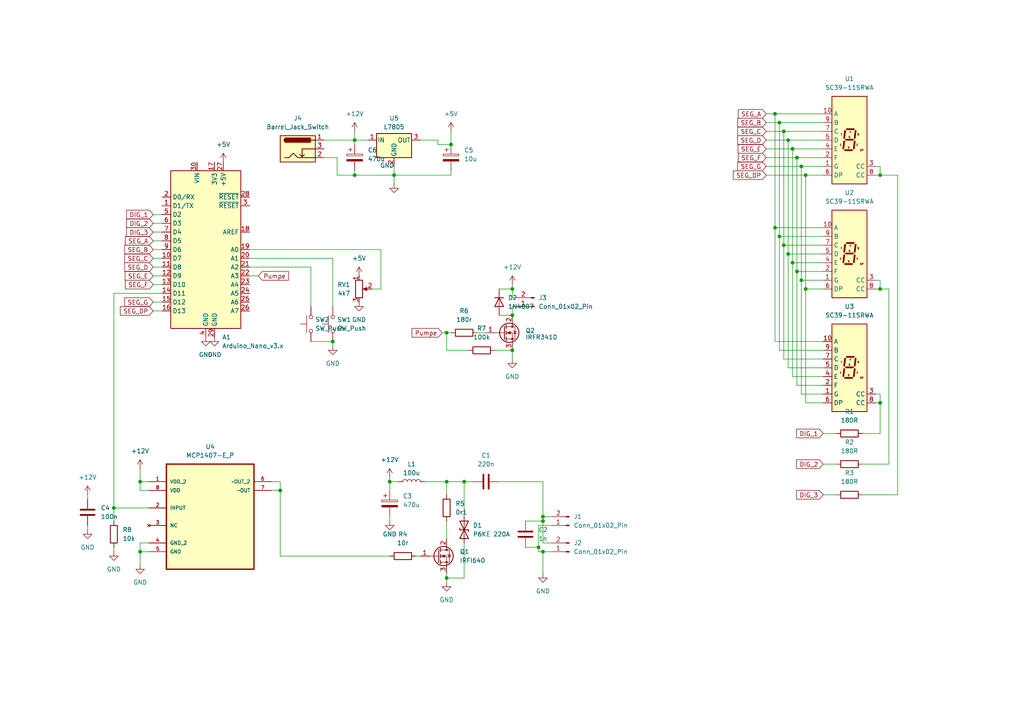
<source format=kicad_sch>
(kicad_sch (version 20231120) (generator "eeschema") (generator_version "8.0")
  (paper "A4")
  (lib_symbols
    (symbol "Connector:Barrel_Jack_Switch" (pin_names hide)
      (property "Reference" "J" (at 0 5.334 0))
      (property "Value" "Barrel_Jack_Switch" (at 0 -5.08 0))
      (symbol "Barrel_Jack_Switch_0_1"
        (rectangle (start -5.08 3.81) (end 5.08 -3.81) (stroke (width 0.254)) (fill (type background)))
        (arc (start -3.302 3.175) (mid -3.9343 2.54) (end -3.302 1.905) (stroke (width 0.254)))
        (arc (start -3.302 3.175) (mid -3.9343 2.54) (end -3.302 1.905) (stroke (width 0.254)) (fill (type outline)))
        (polyline (pts (xy 1.27 -2.286) (xy 1.905 -1.651)) (stroke (width 0.254)))
        (polyline (pts (xy 5.08 2.54) (xy 3.81 2.54)) (stroke (width 0.254)))
        (polyline (pts (xy 5.08 0) (xy 1.27 0) (xy 1.27 -2.286) (xy 0.635 -1.651)) (stroke (width 0.254)))
        (polyline (pts (xy -3.81 -2.54) (xy -2.54 -2.54) (xy -1.27 -1.27) (xy 0 -2.54) (xy 2.54 -2.54) (xy 5.08 -2.54)) (stroke (width 0.254)))
        (rectangle (start 3.683 3.175) (end -3.302 1.905) (stroke (width 0.254)) (fill (type outline)))
      )
      (symbol "Barrel_Jack_Switch_1_1"
        (pin passive line (at 7.62 2.54 180) (length 2.54) (name "~") (number "1"))
        (pin passive line (at 7.62 -2.54 180) (length 2.54) (name "~") (number "2"))
        (pin passive line (at 7.62 0 180) (length 2.54) (name "~") (number "3"))
      )
    )
    (symbol "Connector:Conn_01x02_Pin" (pin_names (offset 1.016) hide)
      (property "Reference" "J" (at 0 2.54 0))
      (property "Value" "Conn_01x02_Pin" (at 0 -5.08 0))
      (symbol "Conn_01x02_Pin_1_1"
        (polyline (pts (xy 1.27 -2.54) (xy 0.8636 -2.54)) (stroke (width 0.1524)))
        (polyline (pts (xy 1.27 0) (xy 0.8636 0)) (stroke (width 0.1524)))
        (rectangle (start 0.8636 -2.413) (end 0 -2.667) (stroke (width 0.1524)) (fill (type outline)))
        (rectangle (start 0.8636 0.127) (end 0 -0.127) (stroke (width 0.1524)) (fill (type outline)))
        (pin passive line (at 5.08 0 180) (length 3.81) (name "Pin_1") (number "1"))
        (pin passive line (at 5.08 -2.54 180) (length 3.81) (name "Pin_2") (number "2"))
      )
    )
    (symbol "Device:C" (pin_numbers hide) (pin_names (offset 0.254))
      (property "Reference" "C" (at 0.635 2.54 0))
      (property "Value" "C" (at 0.635 -2.54 0))
      (symbol "C_0_1"
        (polyline (pts (xy -2.032 -0.762) (xy 2.032 -0.762)) (stroke (width 0.508)))
        (polyline (pts (xy -2.032 0.762) (xy 2.032 0.762)) (stroke (width 0.508)))
      )
      (symbol "C_1_1"
        (pin passive line (at 0 3.81 270) (length 2.794) (name "~") (number "1"))
        (pin passive line (at 0 -3.81 90) (length 2.794) (name "~") (number "2"))
      )
    )
    (symbol "Device:C_Polarized" (pin_numbers hide) (pin_names (offset 0.254))
      (property "Reference" "C" (at 0.635 2.54 0))
      (property "Value" "C_Polarized" (at 0.635 -2.54 0))
      (symbol "C_Polarized_0_1"
        (rectangle (start -2.286 0.508) (end 2.286 1.016))
        (polyline (pts (xy -1.778 2.286) (xy -0.762 2.286)))
        (polyline (pts (xy -1.27 2.794) (xy -1.27 1.778)))
        (rectangle (start 2.286 -0.508) (end -2.286 -1.016) (fill (type outline)))
      )
      (symbol "C_Polarized_1_1"
        (pin passive line (at 0 3.81 270) (length 2.794) (name "~") (number "1"))
        (pin passive line (at 0 -3.81 90) (length 2.794) (name "~") (number "2"))
      )
    )
    (symbol "Device:D_TVS" (pin_numbers hide) (pin_names (offset 1.016) hide)
      (property "Reference" "D" (at 0 2.54 0))
      (property "Value" "D_TVS" (at 0 -2.54 0))
      (symbol "D_TVS_0_1"
        (polyline (pts (xy 1.27 0) (xy -1.27 0)))
        (polyline (pts (xy 0.508 1.27) (xy 0 1.27) (xy 0 -1.27) (xy -0.508 -1.27)) (stroke (width 0.254)))
        (polyline (pts (xy -2.54 1.27) (xy -2.54 -1.27) (xy 2.54 1.27) (xy 2.54 -1.27) (xy -2.54 1.27)) (stroke (width 0.254)))
      )
      (symbol "D_TVS_1_1"
        (pin passive line (at -3.81 0 0) (length 2.54) (name "A1") (number "1"))
        (pin passive line (at 3.81 0 180) (length 2.54) (name "A2") (number "2"))
      )
    )
    (symbol "Device:L" (pin_numbers hide) (pin_names (offset 1.016) hide)
      (property "Reference" "L" (at -1.27 0 90))
      (property "Value" "L" (at 1.905 0 90))
      (symbol "L_0_1"
        (arc (start 0 -2.54) (mid 0.6323 -1.905) (end 0 -1.27))
        (arc (start 0 -1.27) (mid 0.6323 -0.635) (end 0 0))
        (arc (start 0 0) (mid 0.6323 0.635) (end 0 1.27))
        (arc (start 0 1.27) (mid 0.6323 1.905) (end 0 2.54))
      )
      (symbol "L_1_1"
        (pin passive line (at 0 3.81 270) (length 1.27) (name "1") (number "1"))
        (pin passive line (at 0 -3.81 90) (length 1.27) (name "2") (number "2"))
      )
    )
    (symbol "Device:R" (pin_numbers hide) (pin_names (offset 0))
      (property "Reference" "R" (at 2.032 0 90))
      (property "Value" "R" (at 0 0 90))
      (symbol "R_0_1"
        (rectangle (start -1.016 -2.54) (end 1.016 2.54) (stroke (width 0.254)))
      )
      (symbol "R_1_1"
        (pin passive line (at 0 3.81 270) (length 1.27) (name "~") (number "1"))
        (pin passive line (at 0 -3.81 90) (length 1.27) (name "~") (number "2"))
      )
    )
    (symbol "Device:R_Potentiometer" (pin_names (offset 1.016) hide)
      (property "Reference" "RV" (at -4.445 0 90))
      (property "Value" "R_Potentiometer" (at -2.54 0 90))
      (symbol "R_Potentiometer_0_1"
        (polyline (pts (xy 2.54 0) (xy 1.524 0)))
        (polyline (pts (xy 1.143 0) (xy 2.286 0.508) (xy 2.286 -0.508) (xy 1.143 0)) (fill (type outline)))
        (rectangle (start 1.016 2.54) (end -1.016 -2.54) (stroke (width 0.254)))
      )
      (symbol "R_Potentiometer_1_1"
        (pin passive line (at 0 3.81 270) (length 1.27) (name "1") (number "1"))
        (pin passive line (at 3.81 0 180) (length 1.27) (name "2") (number "2"))
        (pin passive line (at 0 -3.81 90) (length 1.27) (name "3") (number "3"))
      )
    )
    (symbol "Diode:1N4007" (pin_numbers hide) (pin_names hide)
      (property "Reference" "D" (at 0 2.54 0))
      (property "Value" "1N4007" (at 0 -2.54 0))
      (symbol "1N4007_0_1"
        (polyline (pts (xy -1.27 1.27) (xy -1.27 -1.27)) (stroke (width 0.254)))
        (polyline (pts (xy 1.27 0) (xy -1.27 0)))
        (polyline (pts (xy 1.27 1.27) (xy 1.27 -1.27) (xy -1.27 0) (xy 1.27 1.27)) (stroke (width 0.254)))
      )
      (symbol "1N4007_1_1"
        (pin passive line (at -3.81 0 0) (length 2.54) (name "K") (number "1"))
        (pin passive line (at 3.81 0 180) (length 2.54) (name "A") (number "2"))
      )
    )
    (symbol "Display_Character:SC39-11SRWA"
      (property "Reference" "U" (at -3.81 13.97 0))
      (property "Value" "SC39-11SRWA" (at 6.35 13.97 0))
      (symbol "SC39-11SRWA_1_0"
        (text "A" (at 0.254 2.413 0) (effects (font (size 0.508 0.508))))
        (text "B" (at 2.54 1.651 0) (effects (font (size 0.508 0.508))))
        (text "C" (at 2.286 -1.397 0) (effects (font (size 0.508 0.508))))
        (text "D" (at -0.254 -2.159 0) (effects (font (size 0.508 0.508))))
        (text "DP" (at 3.556 -2.921 0) (effects (font (size 0.508 0.508))))
        (text "E" (at -2.54 -1.397 0) (effects (font (size 0.508 0.508))))
        (text "F" (at -2.286 1.651 0) (effects (font (size 0.508 0.508))))
        (text "G" (at 0 0.889 0) (effects (font (size 0.508 0.508))))
      )
      (symbol "SC39-11SRWA_1_1"
        (rectangle (start -5.08 12.7) (end 5.08 -12.7) (stroke (width 0.254)) (fill (type background)))
        (polyline (pts (xy -1.524 -0.381) (xy -1.778 -2.413)) (stroke (width 0.508)))
        (polyline (pts (xy -1.27 -2.921) (xy 0.762 -2.921)) (stroke (width 0.508)))
        (polyline (pts (xy -1.27 2.667) (xy -1.524 0.635)) (stroke (width 0.508)))
        (polyline (pts (xy -1.016 0.127) (xy 1.016 0.127)) (stroke (width 0.508)))
        (polyline (pts (xy -0.762 3.175) (xy 1.27 3.175)) (stroke (width 0.508)))
        (polyline (pts (xy 1.524 -0.381) (xy 1.27 -2.413)) (stroke (width 0.508)))
        (polyline (pts (xy 1.778 2.667) (xy 1.524 0.635)) (stroke (width 0.508)))
        (polyline (pts (xy 2.54 -2.921) (xy 2.54 -2.921)) (stroke (width 0.508)))
        (pin input line (at -7.62 -7.62 0) (length 2.54) (name "G") (number "1"))
        (pin input line (at -7.62 7.62 0) (length 2.54) (name "A") (number "10"))
        (pin input line (at -7.62 -5.08 0) (length 2.54) (name "F") (number "2"))
        (pin input line (at 7.62 -7.62 180) (length 2.54) (name "CC") (number "3"))
        (pin input line (at -7.62 -2.54 0) (length 2.54) (name "E") (number "4"))
        (pin input line (at -7.62 0 0) (length 2.54) (name "D") (number "5"))
        (pin input line (at -7.62 -10.16 0) (length 2.54) (name "DP") (number "6"))
        (pin input line (at -7.62 2.54 0) (length 2.54) (name "C") (number "7"))
        (pin input line (at 7.62 -10.16 180) (length 2.54) (name "CC") (number "8"))
        (pin input line (at -7.62 5.08 0) (length 2.54) (name "B") (number "9"))
      )
    )
    (symbol "MCP1407-E_P:MCP1407-E_P" (pin_names (offset 1.016))
      (property "Reference" "U" (at -5.0113 15.1864 0))
      (property "Value" "MCP1407-E_P" (at -5.5899 -22.1818 0))
      (symbol "MCP1407-E_P_0_0"
        (rectangle (start -12.7 -17.78) (end 12.7 12.7) (stroke (width 0.4064)) (fill (type background)))
        (pin power_in line (at -17.78 7.62 0) (length 5.08) (name "VDD_2") (number "1"))
        (pin input line (at -17.78 0 0) (length 5.08) (name "INPUT") (number "2"))
        (pin no_connect line (at -17.78 -5.08 0) (length 5.08) (name "NC") (number "3"))
        (pin passive line (at -17.78 -10.16 0) (length 5.08) (name "GND_2") (number "4"))
        (pin passive line (at -17.78 -12.7 0) (length 5.08) (name "GND") (number "5"))
        (pin output line (at 17.78 7.62 180) (length 5.08) (name "~OUT_2") (number "6"))
        (pin output line (at 17.78 5.08 180) (length 5.08) (name "~OUT") (number "7"))
        (pin power_in line (at -17.78 5.08 0) (length 5.08) (name "VDD") (number "8"))
      )
    )
    (symbol "MCU_Module:Arduino_Nano_v3.x"
      (property "Reference" "A" (at -10.16 23.495 0))
      (property "Value" "Arduino_Nano_v3.x" (at 5.08 -24.13 0))
      (symbol "Arduino_Nano_v3.x_0_1"
        (rectangle (start -10.16 22.86) (end 10.16 -22.86) (stroke (width 0.254)) (fill (type background)))
      )
      (symbol "Arduino_Nano_v3.x_1_1"
        (pin bidirectional line (at -12.7 12.7 0) (length 2.54) (name "D1/TX") (number "1"))
        (pin bidirectional line (at -12.7 -2.54 0) (length 2.54) (name "D7") (number "10"))
        (pin bidirectional line (at -12.7 -5.08 0) (length 2.54) (name "D8") (number "11"))
        (pin bidirectional line (at -12.7 -7.62 0) (length 2.54) (name "D9") (number "12"))
        (pin bidirectional line (at -12.7 -10.16 0) (length 2.54) (name "D10") (number "13"))
        (pin bidirectional line (at -12.7 -12.7 0) (length 2.54) (name "D11") (number "14"))
        (pin bidirectional line (at -12.7 -15.24 0) (length 2.54) (name "D12") (number "15"))
        (pin bidirectional line (at -12.7 -17.78 0) (length 2.54) (name "D13") (number "16"))
        (pin power_out line (at 2.54 25.4 270) (length 2.54) (name "3V3") (number "17"))
        (pin input line (at 12.7 5.08 180) (length 2.54) (name "AREF") (number "18"))
        (pin bidirectional line (at 12.7 0 180) (length 2.54) (name "A0") (number "19"))
        (pin bidirectional line (at -12.7 15.24 0) (length 2.54) (name "D0/RX") (number "2"))
        (pin bidirectional line (at 12.7 -2.54 180) (length 2.54) (name "A1") (number "20"))
        (pin bidirectional line (at 12.7 -5.08 180) (length 2.54) (name "A2") (number "21"))
        (pin bidirectional line (at 12.7 -7.62 180) (length 2.54) (name "A3") (number "22"))
        (pin bidirectional line (at 12.7 -10.16 180) (length 2.54) (name "A4") (number "23"))
        (pin bidirectional line (at 12.7 -12.7 180) (length 2.54) (name "A5") (number "24"))
        (pin bidirectional line (at 12.7 -15.24 180) (length 2.54) (name "A6") (number "25"))
        (pin bidirectional line (at 12.7 -17.78 180) (length 2.54) (name "A7") (number "26"))
        (pin power_out line (at 5.08 25.4 270) (length 2.54) (name "+5V") (number "27"))
        (pin input line (at 12.7 15.24 180) (length 2.54) (name "~{RESET}") (number "28"))
        (pin power_in line (at 2.54 -25.4 90) (length 2.54) (name "GND") (number "29"))
        (pin input line (at 12.7 12.7 180) (length 2.54) (name "~{RESET}") (number "3"))
        (pin power_in line (at -2.54 25.4 270) (length 2.54) (name "VIN") (number "30"))
        (pin power_in line (at 0 -25.4 90) (length 2.54) (name "GND") (number "4"))
        (pin bidirectional line (at -12.7 10.16 0) (length 2.54) (name "D2") (number "5"))
        (pin bidirectional line (at -12.7 7.62 0) (length 2.54) (name "D3") (number "6"))
        (pin bidirectional line (at -12.7 5.08 0) (length 2.54) (name "D4") (number "7"))
        (pin bidirectional line (at -12.7 2.54 0) (length 2.54) (name "D5") (number "8"))
        (pin bidirectional line (at -12.7 0 0) (length 2.54) (name "D6") (number "9"))
      )
    )
    (symbol "Regulator_Linear:L7805" (pin_names (offset 0.254))
      (property "Reference" "U" (at -3.81 3.175 0))
      (property "Value" "L7805" (at 0 3.175 0))
      (symbol "L7805_0_1"
        (rectangle (start -5.08 1.905) (end 5.08 -5.08) (stroke (width 0.254)) (fill (type background)))
      )
      (symbol "L7805_1_1"
        (pin power_in line (at -7.62 0 0) (length 2.54) (name "IN") (number "1"))
        (pin power_in line (at 0 -7.62 90) (length 2.54) (name "GND") (number "2"))
        (pin power_out line (at 7.62 0 180) (length 2.54) (name "OUT") (number "3"))
      )
    )
    (symbol "Switch:SW_Push" (pin_numbers hide) (pin_names (offset 1.016) hide)
      (property "Reference" "SW" (at 1.27 2.54 0))
      (property "Value" "SW_Push" (at 0 -1.524 0))
      (symbol "SW_Push_0_1"
        (circle (center -2.032 0) (radius 0.508))
        (polyline (pts (xy 0 1.27) (xy 0 3.048)))
        (polyline (pts (xy 2.54 1.27) (xy -2.54 1.27)))
        (circle (center 2.032 0) (radius 0.508))
        (pin passive line (at -5.08 0 0) (length 2.54) (name "1") (number "1"))
        (pin passive line (at 5.08 0 180) (length 2.54) (name "2") (number "2"))
      )
    )
    (symbol "Transistor_FET:IPD50R3K0CE" (pin_names hide)
      (property "Reference" "Q" (at 5.08 1.905 0))
      (property "Value" "IPD50R3K0CE" (at 5.08 0 0))
      (symbol "IPD50R3K0CE_0_1"
        (polyline (pts (xy 0.254 0) (xy -2.54 0)))
        (polyline (pts (xy 0.254 1.905) (xy 0.254 -1.905)) (stroke (width 0.254)))
        (polyline (pts (xy 0.762 -1.27) (xy 0.762 -2.286)) (stroke (width 0.254)))
        (polyline (pts (xy 0.762 0.508) (xy 0.762 -0.508)) (stroke (width 0.254)))
        (polyline (pts (xy 0.762 2.286) (xy 0.762 1.27)) (stroke (width 0.254)))
        (polyline (pts (xy 2.54 2.54) (xy 2.54 1.778)))
        (polyline (pts (xy 2.54 -2.54) (xy 2.54 0) (xy 0.762 0)))
        (polyline (pts (xy 0.762 -1.778) (xy 3.302 -1.778) (xy 3.302 1.778) (xy 0.762 1.778)))
        (polyline (pts (xy 1.016 0) (xy 2.032 0.381) (xy 2.032 -0.381) (xy 1.016 0)) (fill (type outline)))
        (polyline (pts (xy 2.794 0.508) (xy 2.921 0.381) (xy 3.683 0.381) (xy 3.81 0.254)))
        (polyline (pts (xy 3.302 0.381) (xy 2.921 -0.254) (xy 3.683 -0.254) (xy 3.302 0.381)))
        (circle (center 1.651 0) (radius 2.794) (stroke (width 0.254)))
        (circle (center 2.54 -1.778) (radius 0.254) (fill (type outline)))
        (circle (center 2.54 1.778) (radius 0.254) (fill (type outline)))
      )
      (symbol "IPD50R3K0CE_1_1"
        (pin input line (at -5.08 0 0) (length 2.54) (name "G") (number "1"))
        (pin passive line (at 2.54 5.08 270) (length 2.54) (name "D") (number "2"))
        (pin passive line (at 2.54 -5.08 90) (length 2.54) (name "S") (number "3"))
      )
    )
    (symbol "Transistor_FET:IRLZ34N" (pin_names hide)
      (property "Reference" "Q" (at 5.08 1.905 0))
      (property "Value" "IRLZ34N" (at 5.08 0 0))
      (symbol "IRLZ34N_0_1"
        (polyline (pts (xy 0.254 0) (xy -2.54 0)))
        (polyline (pts (xy 0.254 1.905) (xy 0.254 -1.905)) (stroke (width 0.254)))
        (polyline (pts (xy 0.762 -1.27) (xy 0.762 -2.286)) (stroke (width 0.254)))
        (polyline (pts (xy 0.762 0.508) (xy 0.762 -0.508)) (stroke (width 0.254)))
        (polyline (pts (xy 0.762 2.286) (xy 0.762 1.27)) (stroke (width 0.254)))
        (polyline (pts (xy 2.54 2.54) (xy 2.54 1.778)))
        (polyline (pts (xy 2.54 -2.54) (xy 2.54 0) (xy 0.762 0)))
        (polyline (pts (xy 0.762 -1.778) (xy 3.302 -1.778) (xy 3.302 1.778) (xy 0.762 1.778)))
        (polyline (pts (xy 1.016 0) (xy 2.032 0.381) (xy 2.032 -0.381) (xy 1.016 0)) (fill (type outline)))
        (polyline (pts (xy 2.794 0.508) (xy 2.921 0.381) (xy 3.683 0.381) (xy 3.81 0.254)))
        (polyline (pts (xy 3.302 0.381) (xy 2.921 -0.254) (xy 3.683 -0.254) (xy 3.302 0.381)))
        (circle (center 1.651 0) (radius 2.794) (stroke (width 0.254)))
        (circle (center 2.54 -1.778) (radius 0.254) (fill (type outline)))
        (circle (center 2.54 1.778) (radius 0.254) (fill (type outline)))
      )
      (symbol "IRLZ34N_1_1"
        (pin input line (at -5.08 0 0) (length 2.54) (name "G") (number "1"))
        (pin passive line (at 2.54 5.08 270) (length 2.54) (name "D") (number "2"))
        (pin passive line (at 2.54 -5.08 90) (length 2.54) (name "S") (number "3"))
      )
    )
    (symbol "power:+12V" (power) (pin_numbers hide) (pin_names (offset 0) hide)
      (property "Value" "+12V" (at 0 3.556 0))
      (symbol "+12V_0_1"
        (polyline (pts (xy -0.762 1.27) (xy 0 2.54)))
        (polyline (pts (xy 0 0) (xy 0 2.54)))
        (polyline (pts (xy 0 2.54) (xy 0.762 1.27)))
      )
      (symbol "+12V_1_1"
        (pin power_in line (at 0 0 90) (length 0) (name "~") (number "1"))
      )
    )
    (symbol "power:+5V" (power) (pin_numbers hide) (pin_names (offset 0) hide)
      (property "Value" "+5V" (at 0 3.556 0))
      (symbol "+5V_0_1"
        (polyline (pts (xy -0.762 1.27) (xy 0 2.54)))
        (polyline (pts (xy 0 0) (xy 0 2.54)))
        (polyline (pts (xy 0 2.54) (xy 0.762 1.27)))
      )
      (symbol "+5V_1_1"
        (pin power_in line (at 0 0 90) (length 0) (name "~") (number "1"))
      )
    )
    (symbol "power:GND" (power) (pin_numbers hide) (pin_names (offset 0) hide)
      (property "Value" "GND" (at 0 -3.81 0))
      (symbol "GND_0_1"
        (polyline (pts (xy 0 0) (xy 0 -1.27) (xy 1.27 -1.27) (xy 0 -2.54) (xy -1.27 -1.27) (xy 0 -1.27)))
      )
      (symbol "GND_1_1"
        (pin power_in line (at 0 0 270) (length 0) (name "~") (number "1"))
      )
    )
  )
  (junction (at 224.79 33.02))
  (junction (at 229.87 43.18))
  (junction (at 157.48 160.02))
  (junction (at 130.81 41.91))
  (junction (at 255.27 83.82))
  (junction (at 102.87 40.64))
  (junction (at 227.33 71.12))
  (junction (at 129.54 167.64))
  (junction (at 40.64 160.02))
  (junction (at 231.14 78.74))
  (junction (at 255.27 116.84))
  (junction (at 226.06 68.58))
  (junction (at 233.68 50.8))
  (junction (at 96.52 99.06))
  (junction (at 233.68 83.82))
  (junction (at 231.14 45.72))
  (junction (at 226.06 35.56))
  (junction (at 148.59 101.6))
  (junction (at 148.59 91.44))
  (junction (at 228.6 40.64))
  (junction (at 81.28 142.24))
  (junction (at 255.27 50.8))
  (junction (at 148.59 83.82))
  (junction (at 157.48 149.86))
  (junction (at 224.79 66.04))
  (junction (at 113.03 139.7))
  (junction (at 157.48 151.13))
  (junction (at 229.87 76.2))
  (junction (at 40.64 139.7))
  (junction (at 129.54 139.7))
  (junction (at 232.41 81.28))
  (junction (at 134.62 139.7))
  (junction (at 156.21 158.75))
  (junction (at 228.6 73.66))
  (junction (at 227.33 38.1))
  (junction (at 129.54 96.52))
  (junction (at 33.02 147.32))
  (junction (at 232.41 48.26))
  (junction (at 102.87 50.8))
  (junction (at 114.3 50.8))
  (wire (pts (xy 113.03 139.7) (xy 113.03 142.24)))
  (wire (pts (xy 238.76 125.73) (xy 242.57 125.73)))
  (wire (pts (xy 222.25 45.72) (xy 231.14 45.72)))
  (wire (pts (xy 224.79 66.04) (xy 238.76 66.04)))
  (wire (pts (xy 148.59 86.36) (xy 148.59 83.82)))
  (wire (pts (xy 33.02 158.75) (xy 33.02 160.02)))
  (wire (pts (xy 232.41 114.3) (xy 238.76 114.3)))
  (wire (pts (xy 238.76 99.06) (xy 224.79 99.06)))
  (wire (pts (xy 44.45 77.47) (xy 46.99 77.47)))
  (wire (pts (xy 255.27 81.28) (xy 255.27 83.82)))
  (wire (pts (xy 255.27 83.82) (xy 257.81 83.82)))
  (wire (pts (xy 97.79 45.72) (xy 97.79 50.8)))
  (wire (pts (xy 233.68 83.82) (xy 233.68 50.8)))
  (wire (pts (xy 222.25 43.18) (xy 229.87 43.18)))
  (wire (pts (xy 231.14 111.76) (xy 238.76 111.76)))
  (wire (pts (xy 144.78 91.44) (xy 148.59 91.44)))
  (wire (pts (xy 44.45 67.31) (xy 46.99 67.31)))
  (wire (pts (xy 156.21 160.02) (xy 157.48 160.02)))
  (wire (pts (xy 143.51 101.6) (xy 148.59 101.6)))
  (wire (pts (xy 93.98 40.64) (xy 102.87 40.64)))
  (wire (pts (xy 33.02 85.09) (xy 33.02 147.32)))
  (wire (pts (xy 129.54 151.13) (xy 129.54 156.21)))
  (wire (pts (xy 238.76 116.84) (xy 233.68 116.84)))
  (wire (pts (xy 129.54 168.91) (xy 129.54 167.64)))
  (wire (pts (xy 222.25 35.56) (xy 226.06 35.56)))
  (wire (pts (xy 156.21 158.75) (xy 156.21 160.02)))
  (wire (pts (xy 90.17 77.47) (xy 72.39 77.47)))
  (wire (pts (xy 255.27 50.8) (xy 260.35 50.8)))
  (wire (pts (xy 127 40.64) (xy 127 41.91)))
  (wire (pts (xy 152.4 151.13) (xy 157.48 151.13)))
  (wire (pts (xy 102.87 40.64) (xy 106.68 40.64)))
  (wire (pts (xy 33.02 147.32) (xy 33.02 151.13)))
  (wire (pts (xy 121.92 40.64) (xy 127 40.64)))
  (wire (pts (xy 157.48 160.02) (xy 160.02 160.02)))
  (wire (pts (xy 238.76 48.26) (xy 232.41 48.26)))
  (wire (pts (xy 44.45 90.17) (xy 46.99 90.17)))
  (wire (pts (xy 43.18 157.48) (xy 40.64 157.48)))
  (wire (pts (xy 123.19 139.7) (xy 129.54 139.7)))
  (wire (pts (xy 260.35 143.51) (xy 250.19 143.51)))
  (wire (pts (xy 102.87 40.64) (xy 102.87 41.91)))
  (wire (pts (xy 222.25 48.26) (xy 232.41 48.26)))
  (wire (pts (xy 257.81 134.62) (xy 250.19 134.62)))
  (wire (pts (xy 232.41 81.28) (xy 232.41 114.3)))
  (wire (pts (xy 157.48 157.48) (xy 157.48 151.13)))
  (wire (pts (xy 144.78 83.82) (xy 148.59 83.82)))
  (wire (pts (xy 238.76 143.51) (xy 242.57 143.51)))
  (wire (pts (xy 160.02 152.4) (xy 156.21 152.4)))
  (wire (pts (xy 228.6 40.64) (xy 228.6 73.66)))
  (wire (pts (xy 222.25 40.64) (xy 228.6 40.64)))
  (wire (pts (xy 102.87 49.53) (xy 102.87 50.8)))
  (wire (pts (xy 222.25 38.1) (xy 227.33 38.1)))
  (wire (pts (xy 228.6 73.66) (xy 238.76 73.66)))
  (wire (pts (xy 238.76 45.72) (xy 231.14 45.72)))
  (wire (pts (xy 134.62 167.64) (xy 129.54 167.64)))
  (wire (pts (xy 148.59 88.9) (xy 148.59 91.44)))
  (wire (pts (xy 156.21 152.4) (xy 156.21 158.75)))
  (wire (pts (xy 257.81 83.82) (xy 257.81 134.62)))
  (wire (pts (xy 129.54 96.52) (xy 130.81 96.52)))
  (wire (pts (xy 40.64 160.02) (xy 40.64 163.83)))
  (wire (pts (xy 229.87 76.2) (xy 229.87 109.22)))
  (wire (pts (xy 229.87 76.2) (xy 238.76 76.2)))
  (wire (pts (xy 72.39 72.39) (xy 110.49 72.39)))
  (wire (pts (xy 44.45 82.55) (xy 46.99 82.55)))
  (wire (pts (xy 238.76 134.62) (xy 242.57 134.62)))
  (wire (pts (xy 102.87 40.64) (xy 102.87 38.1)))
  (wire (pts (xy 227.33 38.1) (xy 227.33 71.12)))
  (wire (pts (xy 222.25 33.02) (xy 224.79 33.02)))
  (wire (pts (xy 78.74 142.24) (xy 81.28 142.24)))
  (wire (pts (xy 44.45 72.39) (xy 46.99 72.39)))
  (wire (pts (xy 157.48 139.7) (xy 144.78 139.7)))
  (wire (pts (xy 254 48.26) (xy 255.27 48.26)))
  (wire (pts (xy 238.76 33.02) (xy 224.79 33.02)))
  (wire (pts (xy 226.06 68.58) (xy 238.76 68.58)))
  (wire (pts (xy 113.03 161.29) (xy 81.28 161.29)))
  (wire (pts (xy 254 81.28) (xy 255.27 81.28)))
  (wire (pts (xy 114.3 50.8) (xy 130.81 50.8)))
  (wire (pts (xy 40.64 139.7) (xy 43.18 139.7)))
  (wire (pts (xy 231.14 78.74) (xy 238.76 78.74)))
  (wire (pts (xy 226.06 35.56) (xy 226.06 68.58)))
  (wire (pts (xy 228.6 106.68) (xy 238.76 106.68)))
  (wire (pts (xy 157.48 149.86) (xy 160.02 149.86)))
  (wire (pts (xy 81.28 139.7) (xy 81.28 142.24)))
  (wire (pts (xy 40.64 157.48) (xy 40.64 160.02)))
  (wire (pts (xy 120.65 161.29) (xy 121.92 161.29)))
  (wire (pts (xy 224.79 33.02) (xy 224.79 66.04)))
  (wire (pts (xy 254 83.82) (xy 255.27 83.82)))
  (wire (pts (xy 226.06 101.6) (xy 238.76 101.6)))
  (wire (pts (xy 129.54 101.6) (xy 129.54 96.52)))
  (wire (pts (xy 129.54 139.7) (xy 134.62 139.7)))
  (wire (pts (xy 40.64 135.89) (xy 40.64 139.7)))
  (wire (pts (xy 115.57 139.7) (xy 113.03 139.7)))
  (wire (pts (xy 157.48 149.86) (xy 157.48 139.7)))
  (wire (pts (xy 40.64 160.02) (xy 43.18 160.02)))
  (wire (pts (xy 231.14 78.74) (xy 231.14 111.76)))
  (wire (pts (xy 160.02 157.48) (xy 157.48 157.48)))
  (wire (pts (xy 138.43 96.52) (xy 140.97 96.52)))
  (wire (pts (xy 33.02 147.32) (xy 43.18 147.32)))
  (wire (pts (xy 148.59 101.6) (xy 148.59 104.14)))
  (wire (pts (xy 260.35 50.8) (xy 260.35 143.51)))
  (wire (pts (xy 226.06 68.58) (xy 226.06 101.6)))
  (wire (pts (xy 233.68 116.84) (xy 233.68 83.82)))
  (wire (pts (xy 90.17 99.06) (xy 96.52 99.06)))
  (wire (pts (xy 149.86 88.9) (xy 148.59 88.9)))
  (wire (pts (xy 129.54 167.64) (xy 129.54 166.37)))
  (wire (pts (xy 254 114.3) (xy 255.27 114.3)))
  (wire (pts (xy 134.62 139.7) (xy 134.62 149.86)))
  (wire (pts (xy 97.79 50.8) (xy 102.87 50.8)))
  (wire (pts (xy 229.87 43.18) (xy 229.87 76.2)))
  (wire (pts (xy 227.33 71.12) (xy 238.76 71.12)))
  (wire (pts (xy 227.33 71.12) (xy 227.33 104.14)))
  (wire (pts (xy 238.76 43.18) (xy 229.87 43.18)))
  (wire (pts (xy 254 116.84) (xy 255.27 116.84)))
  (wire (pts (xy 233.68 50.8) (xy 238.76 50.8)))
  (wire (pts (xy 255.27 116.84) (xy 255.27 125.73)))
  (wire (pts (xy 229.87 109.22) (xy 238.76 109.22)))
  (wire (pts (xy 130.81 49.53) (xy 130.81 50.8)))
  (wire (pts (xy 40.64 139.7) (xy 40.64 142.24)))
  (wire (pts (xy 114.3 50.8) (xy 114.3 53.34)))
  (wire (pts (xy 96.52 99.06) (xy 96.52 100.33)))
  (wire (pts (xy 110.49 83.82) (xy 107.95 83.82)))
  (wire (pts (xy 255.27 125.73) (xy 250.19 125.73)))
  (wire (pts (xy 44.45 69.85) (xy 46.99 69.85)))
  (wire (pts (xy 238.76 35.56) (xy 226.06 35.56)))
  (wire (pts (xy 238.76 40.64) (xy 228.6 40.64)))
  (wire (pts (xy 43.18 142.24) (xy 40.64 142.24)))
  (wire (pts (xy 148.59 83.82) (xy 148.59 82.55)))
  (wire (pts (xy 110.49 72.39) (xy 110.49 83.82)))
  (wire (pts (xy 227.33 104.14) (xy 238.76 104.14)))
  (wire (pts (xy 72.39 80.01) (xy 74.93 80.01)))
  (wire (pts (xy 224.79 99.06) (xy 224.79 66.04)))
  (wire (pts (xy 127 41.91) (xy 130.81 41.91)))
  (wire (pts (xy 134.62 139.7) (xy 137.16 139.7)))
  (wire (pts (xy 232.41 48.26) (xy 232.41 81.28)))
  (wire (pts (xy 44.45 80.01) (xy 46.99 80.01)))
  (wire (pts (xy 72.39 74.93) (xy 96.52 74.93)))
  (wire (pts (xy 255.27 114.3) (xy 255.27 116.84)))
  (wire (pts (xy 152.4 158.75) (xy 156.21 158.75)))
  (wire (pts (xy 78.74 139.7) (xy 81.28 139.7)))
  (wire (pts (xy 113.03 149.86) (xy 113.03 151.13)))
  (wire (pts (xy 93.98 45.72) (xy 97.79 45.72)))
  (wire (pts (xy 238.76 38.1) (xy 227.33 38.1)))
  (wire (pts (xy 113.03 138.43) (xy 113.03 139.7)))
  (wire (pts (xy 90.17 88.9) (xy 90.17 77.47)))
  (wire (pts (xy 44.45 64.77) (xy 46.99 64.77)))
  (wire (pts (xy 96.52 74.93) (xy 96.52 88.9)))
  (wire (pts (xy 134.62 157.48) (xy 134.62 167.64)))
  (wire (pts (xy 255.27 48.26) (xy 255.27 50.8)))
  (wire (pts (xy 81.28 142.24) (xy 81.28 161.29)))
  (wire (pts (xy 114.3 48.26) (xy 114.3 50.8)))
  (wire (pts (xy 232.41 81.28) (xy 238.76 81.28)))
  (wire (pts (xy 25.4 143.51) (xy 25.4 144.78)))
  (wire (pts (xy 25.4 152.4) (xy 25.4 153.67)))
  (wire (pts (xy 46.99 85.09) (xy 33.02 85.09)))
  (wire (pts (xy 228.6 73.66) (xy 228.6 106.68)))
  (wire (pts (xy 149.86 86.36) (xy 148.59 86.36)))
  (wire (pts (xy 102.87 50.8) (xy 114.3 50.8)))
  (wire (pts (xy 157.48 151.13) (xy 157.48 149.86)))
  (wire (pts (xy 157.48 160.02) (xy 157.48 166.37)))
  (wire (pts (xy 135.89 101.6) (xy 129.54 101.6)))
  (wire (pts (xy 44.45 62.23) (xy 46.99 62.23)))
  (wire (pts (xy 233.68 83.82) (xy 238.76 83.82)))
  (wire (pts (xy 128.27 96.52) (xy 129.54 96.52)))
  (wire (pts (xy 130.81 38.1) (xy 130.81 41.91)))
  (wire (pts (xy 231.14 45.72) (xy 231.14 78.74)))
  (wire (pts (xy 222.25 50.8) (xy 233.68 50.8)))
  (wire (pts (xy 44.45 87.63) (xy 46.99 87.63)))
  (wire (pts (xy 254 50.8) (xy 255.27 50.8)))
  (wire (pts (xy 129.54 139.7) (xy 129.54 143.51)))
  (wire (pts (xy 44.45 74.93) (xy 46.99 74.93)))
  (global_label "SEG_E" (shape input) (at 44.45 80.01 180) (property "Intersheetrefs" "${INTERSHEET_REFS}" (effects (hide yes))))
  (global_label "SEG_C" (shape input) (at 44.45 74.93 180) (property "Intersheetrefs" "${INTERSHEET_REFS}" (effects (hide yes))))
  (global_label "DIG_2" (shape input) (at 44.45 64.77 180) (property "Intersheetrefs" "${INTERSHEET_REFS}" (effects (hide yes))))
  (global_label "SEG_G" (shape input) (at 222.25 48.26 180) (property "Intersheetrefs" "${INTERSHEET_REFS}" (effects (hide yes))))
  (global_label "SEG_F" (shape input) (at 44.45 82.55 180) (property "Intersheetrefs" "${INTERSHEET_REFS}" (effects (hide yes))))
  (global_label "DIG_3" (shape input) (at 238.76 143.51 180) (property "Intersheetrefs" "${INTERSHEET_REFS}" (effects (hide yes))))
  (global_label "DIG_1" (shape input) (at 44.45 62.23 180) (property "Intersheetrefs" "${INTERSHEET_REFS}" (effects (hide yes))))
  (global_label "SEG_A" (shape input) (at 222.25 33.02 180) (property "Intersheetrefs" "${INTERSHEET_REFS}" (effects (hide yes))))
  (global_label "DIG_2" (shape input) (at 238.76 134.62 180) (property "Intersheetrefs" "${INTERSHEET_REFS}" (effects (hide yes))))
  (global_label "SEG_B" (shape input) (at 222.25 35.56 180) (property "Intersheetrefs" "${INTERSHEET_REFS}" (effects (hide yes))))
  (global_label "SEG_A" (shape input) (at 44.45 69.85 180) (property "Intersheetrefs" "${INTERSHEET_REFS}" (effects (hide yes))))
  (global_label "SEG_G" (shape input) (at 44.45 87.63 180) (property "Intersheetrefs" "${INTERSHEET_REFS}" (effects (hide yes))))
  (global_label "SEG_DP" (shape input) (at 44.45 90.17 180) (property "Intersheetrefs" "${INTERSHEET_REFS}" (effects (hide yes))))
  (global_label "Pumpe" (shape input) (at 74.93 80.01 0) (property "Intersheetrefs" "${INTERSHEET_REFS}" (effects (hide yes))))
  (global_label "DIG_1" (shape input) (at 238.76 125.73 180) (property "Intersheetrefs" "${INTERSHEET_REFS}" (effects (hide yes))))
  (global_label "Pumpe" (shape input) (at 128.27 96.52 180) (property "Intersheetrefs" "${INTERSHEET_REFS}" (effects (hide yes))))
  (global_label "SEG_D" (shape input) (at 222.25 40.64 180) (property "Intersheetrefs" "${INTERSHEET_REFS}" (effects (hide yes))))
  (global_label "SEG_D" (shape input) (at 44.45 77.47 180) (property "Intersheetrefs" "${INTERSHEET_REFS}" (effects (hide yes))))
  (global_label "SEG_F" (shape input) (at 222.25 45.72 180) (property "Intersheetrefs" "${INTERSHEET_REFS}" (effects (hide yes))))
  (global_label "SEG_B" (shape input) (at 44.45 72.39 180) (property "Intersheetrefs" "${INTERSHEET_REFS}" (effects (hide yes))))
  (global_label "DIG_3" (shape input) (at 44.45 67.31 180) (property "Intersheetrefs" "${INTERSHEET_REFS}" (effects (hide yes))))
  (global_label "SEG_E" (shape input) (at 222.25 43.18 180) (property "Intersheetrefs" "${INTERSHEET_REFS}" (effects (hide yes))))
  (global_label "SEG_DP" (shape input) (at 222.25 50.8 180) (property "Intersheetrefs" "${INTERSHEET_REFS}" (effects (hide yes))))
  (global_label "SEG_C" (shape input) (at 222.25 38.1 180) (property "Intersheetrefs" "${INTERSHEET_REFS}" (effects (hide yes))))
  (symbol (lib_id "Connector:Conn_01x02_Pin") (at 165.1 152.4 180) (unit 1)
    (property "Reference" "J1" (at 166.37 149.8599 0) (effects (justify right)))
    (property "Value" "Conn_01x02_Pin" (at 166.37 152.3999 0) (effects (justify right)))
    (property "Footprint" "Connector_Phoenix_MC:PhoenixContact_MC_1,5_2-G-3.81_1x02_P3.81mm_Horizontal" (effects (hide yes)))
    (property "Description" "Generic connector, single row, 01x02, script generated" (effects (hide yes)))
  )
  (symbol (lib_id "Device:D_TVS") (at 134.62 153.67 270) (unit 1)
    (property "Reference" "D1" (at 137.16 152.3999 90) (effects (justify left)))
    (property "Value" "P6KE 220A" (at 137.16 154.9399 90) (effects (justify left)))
    (property "Footprint" "Diode_THT:D_5W_P12.70mm_Horizontal" (effects (hide yes)))
    (property "Description" "Bidirectional transient-voltage-suppression diode" (effects (hide yes)))
  )
  (symbol (lib_id "power:+12V") (at 148.59 82.55 0) (unit 1)
    (property "Reference" "#PWR019" (effects (hide yes)))
    (property "Value" "+12V" (at 148.59 77.47 0))
    (property "Description" "Power symbol creates a global label with name \"+12V\"" (effects (hide yes)))
  )
  (symbol (lib_id "Device:C_Polarized") (at 130.81 45.72 0) (unit 1)
    (property "Reference" "C5" (at 134.62 43.5609 0) (effects (justify left)))
    (property "Value" "10u" (at 134.62 46.1009 0) (effects (justify left)))
    (property "Footprint" "Capacitor_THT:CP_Radial_D4.0mm_P2.00mm" (effects (hide yes)))
    (property "Description" "Polarized capacitor" (effects (hide yes)))
  )
  (symbol (lib_id "power:+5V") (at 130.81 38.1 0) (unit 1)
    (property "Reference" "#PWR016" (effects (hide yes)))
    (property "Value" "+5V" (at 130.81 33.02 0))
    (property "Description" "Power symbol creates a global label with name \"+5V\"" (effects (hide yes)))
  )
  (symbol (lib_id "Switch:SW_Push") (at 96.52 93.98 90) (unit 1)
    (property "Reference" "SW1" (at 97.79 92.7099 90) (effects (justify right)))
    (property "Value" "SW_Push" (at 97.79 95.2499 90) (effects (justify right)))
    (property "Footprint" "Button_Switch_THT:SW_PUSH_6mm_H5mm" (effects (hide yes)))
    (property "Description" "Push button switch, generic, two pins" (effects (hide yes)))
  )
  (symbol (lib_id "power:GND") (at 40.64 163.83 0) (unit 1)
    (property "Reference" "#PWR08" (effects (hide yes)))
    (property "Value" "GND" (at 40.64 168.91 0))
    (property "Description" "Power symbol creates a global label with name \"GND\" , ground" (effects (hide yes)))
  )
  (symbol (lib_id "Connector:Barrel_Jack_Switch") (at 86.36 43.18 0) (unit 1)
    (property "Reference" "J4" (at 86.36 34.29 0))
    (property "Value" "Barrel_Jack_Switch" (at 86.36 36.83 0))
    (property "Footprint" "Connector_BarrelJack:BarrelJack_GCT_DCJ200-10-A_Horizontal" (effects (hide yes)))
    (property "Description" "DC Barrel Jack with an internal switch" (effects (hide yes)))
  )
  (symbol (lib_id "Transistor_FET:IPD50R3K0CE") (at 146.05 96.52 0) (unit 1)
    (property "Reference" "Q2" (at 152.4 95.8849 0) (effects (justify left)))
    (property "Value" "IRFR3410" (at 152.4 97.79 0) (effects (justify left)))
    (property "Footprint" "Package_TO_SOT_SMD:TO-252-2" (effects (hide yes)))
    (property "Datasheet" "https://www.infineon.com/dgdl/IPx50R3K0CE_2_0.pdf?folderId=db3a3043163797a6011637d4bae7003b&fileId=db3a304339dcf4b10139e7e9ff592ce4" (effects (hide yes)))
    (property "Description" "1.7A Id, 500V Vds, CoolMOS N-Channel Power MOSFET, 3Ohm Ron, 4.3nC Qg (typ), TO-252-2" (effects (hide yes)))
  )
  (symbol (lib_id "power:+12V") (at 102.87 38.1 0) (unit 1)
    (property "Reference" "#PWR015" (effects (hide yes)))
    (property "Value" "+12V" (at 102.87 33.02 0))
    (property "Description" "Power symbol creates a global label with name \"+12V\"" (effects (hide yes)))
  )
  (symbol (lib_id "Device:R") (at 139.7 101.6 90) (unit 1)
    (property "Reference" "R7" (at 139.7 95.25 90))
    (property "Value" "100k" (at 139.7 97.79 90))
    (property "Footprint" "Resistor_THT:R_Axial_DIN0207_L6.3mm_D2.5mm_P10.16mm_Horizontal" (effects (hide yes)))
    (property "Description" "Resistor" (effects (hide yes)))
  )
  (symbol (lib_id "power:+5V") (at 104.14 80.01 0) (unit 1)
    (property "Reference" "#PWR04" (effects (hide yes)))
    (property "Value" "+5V" (at 104.14 74.93 0))
    (property "Description" "Power symbol creates a global label with name \"+5V\"" (effects (hide yes)))
  )
  (symbol (lib_id "power:+12V") (at 40.64 135.89 0) (unit 1)
    (property "Reference" "#PWR011" (effects (hide yes)))
    (property "Value" "+12V" (at 40.64 130.81 0))
    (property "Description" "Power symbol creates a global label with name \"+12V\"" (effects (hide yes)))
  )
  (symbol (lib_id "Device:R") (at 246.38 134.62 90) (unit 1)
    (property "Reference" "R2" (at 246.38 128.27 90))
    (property "Value" "180R" (at 246.38 130.81 90))
    (property "Footprint" "Resistor_THT:R_Axial_DIN0207_L6.3mm_D2.5mm_P10.16mm_Horizontal" (effects (hide yes)))
    (property "Description" "Resistor" (effects (hide yes)))
  )
  (symbol (lib_id "Device:C") (at 152.4 154.94 180) (unit 1)
    (property "Reference" "C2" (at 156.21 153.6699 0) (effects (justify right)))
    (property "Value" "1n" (at 156.21 156.2099 0) (effects (justify right)))
    (property "Footprint" "Capacitor_THT:C_Disc_D4.3mm_W1.9mm_P5.00mm" (effects (hide yes)))
    (property "Description" "Unpolarized capacitor" (effects (hide yes)))
  )
  (symbol (lib_id "power:GND") (at 59.69 97.79 0) (unit 1)
    (property "Reference" "#PWR01" (effects (hide yes)))
    (property "Value" "GND" (at 59.69 102.87 0))
    (property "Description" "Power symbol creates a global label with name \"GND\" , ground" (effects (hide yes)))
  )
  (symbol (lib_id "Device:C_Polarized") (at 102.87 45.72 0) (unit 1)
    (property "Reference" "C6" (at 106.68 43.5609 0) (effects (justify left)))
    (property "Value" "470u" (at 106.68 46.1009 0) (effects (justify left)))
    (property "Footprint" "Capacitor_THT:CP_Radial_D8.0mm_P3.50mm" (effects (hide yes)))
    (property "Description" "Polarized capacitor" (effects (hide yes)))
  )
  (symbol (lib_id "power:GND") (at 148.59 104.14 0) (unit 1)
    (property "Reference" "#PWR018" (effects (hide yes)))
    (property "Value" "GND" (at 148.59 109.22 0))
    (property "Description" "Power symbol creates a global label with name \"GND\" , ground" (effects (hide yes)))
  )
  (symbol (lib_id "Diode:1N4007") (at 144.78 87.63 270) (unit 1)
    (property "Reference" "D2" (at 147.32 86.3599 90) (effects (justify left)))
    (property "Value" "1N4007" (at 147.32 88.8999 90) (effects (justify left)))
    (property "Footprint" "Diode_THT:D_DO-41_SOD81_P10.16mm_Horizontal" (effects (hide yes)))
    (property "Datasheet" "http://www.vishay.com/docs/88503/1n4001.pdf" (effects (hide yes)))
    (property "Description" "1000V 1A General Purpose Rectifier Diode, DO-41" (effects (hide yes)))
    (property "Sim.Device" "D" (effects (hide yes)))
    (property "Sim.Pins" "1=K 2=A" (effects (hide yes)))
  )
  (symbol (lib_id "Connector:Conn_01x02_Pin") (at 165.1 160.02 180) (unit 1)
    (property "Reference" "J2" (at 166.37 157.4799 0) (effects (justify right)))
    (property "Value" "Conn_01x02_Pin" (at 166.37 160.0199 0) (effects (justify right)))
    (property "Footprint" "Connector_Phoenix_MC:PhoenixContact_MC_1,5_2-G-3.81_1x02_P3.81mm_Horizontal" (effects (hide yes)))
    (property "Description" "Generic connector, single row, 01x02, script generated" (effects (hide yes)))
  )
  (symbol (lib_id "Device:R_Potentiometer") (at 104.14 83.82 0) (unit 1)
    (property "Reference" "RV1" (at 101.6 82.5499 0) (effects (justify right)))
    (property "Value" "4k7" (at 101.6 85.0899 0) (effects (justify right)))
    (property "Footprint" "Potentiometer_THT:Potentiometer_Piher_PT-10-V10_Vertical" (effects (hide yes)))
    (property "Description" "Potentiometer" (effects (hide yes)))
  )
  (symbol (lib_id "Device:R") (at 116.84 161.29 90) (unit 1)
    (property "Reference" "R4" (at 116.84 154.94 90))
    (property "Value" "10r" (at 116.84 157.48 90))
    (property "Footprint" "Resistor_THT:R_Axial_DIN0207_L6.3mm_D2.5mm_P10.16mm_Horizontal" (effects (hide yes)))
    (property "Description" "Resistor" (effects (hide yes)))
  )
  (symbol (lib_id "Device:L") (at 119.38 139.7 90) (unit 1)
    (property "Reference" "L1" (at 119.38 134.62 90))
    (property "Value" "100u" (at 119.38 137.16 90))
    (property "Footprint" "Inductor_THT:L_Radial_D10.0mm_P5.00mm_Neosid_SD12_style3" (effects (hide yes)))
    (property "Description" "Inductor" (effects (hide yes)))
  )
  (symbol (lib_id "Regulator_Linear:L7805") (at 114.3 40.64 0) (unit 1)
    (property "Reference" "U5" (at 114.3 34.29 0))
    (property "Value" "L7805" (at 114.3 36.83 0))
    (property "Footprint" "Package_TO_SOT_THT:TO-220-3_Vertical" (effects (hide yes)))
    (property "Datasheet" "http://www.st.com/content/ccc/resource/technical/document/datasheet/41/4f/b3/b0/12/d4/47/88/CD00000444.pdf/files/CD00000444.pdf/jcr:content/translations/en.CD00000444.pdf" (effects (hide yes)))
    (property "Description" "Positive 1.5A 35V Linear Regulator, Fixed Output 5V, TO-220/TO-263/TO-252" (effects (hide yes)))
  )
  (symbol (lib_id "Device:C") (at 25.4 148.59 180) (unit 1)
    (property "Reference" "C4" (at 29.21 147.3199 0) (effects (justify right)))
    (property "Value" "100n" (at 29.21 149.8599 0) (effects (justify right)))
    (property "Footprint" "Capacitor_THT:C_Disc_D4.3mm_W1.9mm_P5.00mm" (effects (hide yes)))
    (property "Description" "Unpolarized capacitor" (effects (hide yes)))
  )
  (symbol (lib_id "MCU_Module:Arduino_Nano_v3.x") (at 59.69 72.39 0) (unit 1)
    (property "Reference" "A1" (at 64.4241 97.79 0) (effects (justify left)))
    (property "Value" "Arduino_Nano_v3.x" (at 64.4241 100.33 0) (effects (justify left)))
    (property "Footprint" "Module:Arduino_Nano" (effects (hide yes)))
    (property "Datasheet" "http://www.mouser.com/pdfdocs/Gravitech_Arduino_Nano3_0.pdf" (effects (hide yes)))
    (property "Description" "Arduino Nano v3.x" (effects (hide yes)))
  )
  (symbol (lib_id "MCP1407-E_P:MCP1407-E_P") (at 60.96 147.32 0) (unit 1)
    (property "Reference" "U4" (at 60.96 129.54 0))
    (property "Value" "MCP1407-E_P" (at 60.96 132.08 0))
    (property "Footprint" "MCP1407_E_P:DIP254P762X432-8" (effects (hide yes)))
    (property "SUPPLIER" "Microchip" (effects (hide yes)))
    (property "OC_FARNELL" "1317124" (effects (hide yes)))
    (property "OC_NEWARK" "17M0581" (effects (hide yes)))
    (property "MPN" "MCP1407-E/P" (effects (hide yes)))
    (property "PACKAGE" "DIP-8" (effects (hide yes)))
  )
  (symbol (lib_id "power:GND") (at 62.23 97.79 0) (unit 1)
    (property "Reference" "#PWR02" (effects (hide yes)))
    (property "Value" "GND" (at 62.23 102.87 0))
    (property "Description" "Power symbol creates a global label with name \"GND\" , ground" (effects (hide yes)))
  )
  (symbol (lib_id "power:GND") (at 104.14 87.63 0) (unit 1)
    (property "Reference" "#PWR05" (effects (hide yes)))
    (property "Value" "GND" (at 104.14 92.71 0))
    (property "Description" "Power symbol creates a global label with name \"GND\" , ground" (effects (hide yes)))
  )
  (symbol (lib_id "power:GND") (at 157.48 166.37 0) (unit 1)
    (property "Reference" "#PWR07" (effects (hide yes)))
    (property "Value" "GND" (at 157.48 171.45 0))
    (property "Description" "Power symbol creates a global label with name \"GND\" , ground" (effects (hide yes)))
  )
  (symbol (lib_id "Transistor_FET:IRLZ34N") (at 127 161.29 0) (unit 1)
    (property "Reference" "Q1" (at 133.35 160.0199 0) (effects (justify left)))
    (property "Value" "IRFI640" (at 133.35 162.5599 0) (effects (justify left)))
    (property "Footprint" "Package_TO_SOT_THT:TO-220-3_Vertical" (effects (hide yes)))
    (property "Datasheet" "http://www.infineon.com/dgdl/irlz34npbf.pdf?fileId=5546d462533600a40153567206892720" (effects (hide yes)))
    (property "Description" "30A Id, 55V Vds, 35mOhm Rds, N-Channel HEXFET Power MOSFET, TO-220AB" (effects (hide yes)))
  )
  (symbol (lib_id "power:GND") (at 129.54 168.91 0) (unit 1)
    (property "Reference" "#PWR06" (effects (hide yes)))
    (property "Value" "GND" (at 129.54 173.99 0))
    (property "Description" "Power symbol creates a global label with name \"GND\" , ground" (effects (hide yes)))
  )
  (symbol (lib_id "power:+12V") (at 113.03 138.43 0) (unit 1)
    (property "Reference" "#PWR012" (effects (hide yes)))
    (property "Value" "+12V" (at 113.03 133.35 0))
    (property "Description" "Power symbol creates a global label with name \"+12V\"" (effects (hide yes)))
  )
  (symbol (lib_id "power:GND") (at 33.02 160.02 0) (unit 1)
    (property "Reference" "#PWR020" (effects (hide yes)))
    (property "Value" "GND" (at 33.02 165.1 0))
    (property "Description" "Power symbol creates a global label with name \"GND\" , ground" (effects (hide yes)))
  )
  (symbol (lib_id "Switch:SW_Push") (at 90.17 93.98 90) (unit 1)
    (property "Reference" "SW2" (at 91.44 92.7099 90) (effects (justify right)))
    (property "Value" "SW_Push" (at 91.44 95.2499 90) (effects (justify right)))
    (property "Footprint" "Button_Switch_THT:SW_PUSH_6mm_H5mm" (effects (hide yes)))
    (property "Description" "Push button switch, generic, two pins" (effects (hide yes)))
  )
  (symbol (lib_id "power:+12V") (at 25.4 143.51 0) (unit 1)
    (property "Reference" "#PWR013" (effects (hide yes)))
    (property "Value" "+12V" (at 25.4 138.43 0))
    (property "Description" "Power symbol creates a global label with name \"+12V\"" (effects (hide yes)))
  )
  (symbol (lib_id "Device:R") (at 134.62 96.52 90) (unit 1)
    (property "Reference" "R6" (at 134.62 90.17 90))
    (property "Value" "180r" (at 134.62 92.71 90))
    (property "Footprint" "Resistor_THT:R_Axial_DIN0207_L6.3mm_D2.5mm_P10.16mm_Horizontal" (effects (hide yes)))
    (property "Description" "Resistor" (effects (hide yes)))
  )
  (symbol (lib_id "power:GND") (at 114.3 53.34 0) (unit 1)
    (property "Reference" "#PWR010" (effects (hide yes)))
    (property "Value" "GND" (at 112.268 48.006 0))
    (property "Description" "Power symbol creates a global label with name \"GND\" , ground" (effects (hide yes)))
  )
  (symbol (lib_id "Device:R") (at 246.38 143.51 90) (unit 1)
    (property "Reference" "R3" (at 246.38 137.16 90))
    (property "Value" "180R" (at 246.38 139.7 90))
    (property "Footprint" "Resistor_THT:R_Axial_DIN0207_L6.3mm_D2.5mm_P10.16mm_Horizontal" (effects (hide yes)))
    (property "Description" "Resistor" (effects (hide yes)))
  )
  (symbol (lib_id "power:GND") (at 113.03 151.13 0) (unit 1)
    (property "Reference" "#PWR09" (effects (hide yes)))
    (property "Value" "GND" (at 113.03 154.94 0))
    (property "Description" "Power symbol creates a global label with name \"GND\" , ground" (effects (hide yes)))
  )
  (symbol (lib_id "Device:C_Polarized") (at 113.03 146.05 0) (unit 1)
    (property "Reference" "C3" (at 116.84 143.8909 0) (effects (justify left)))
    (property "Value" "470u" (at 116.84 146.4309 0) (effects (justify left)))
    (property "Footprint" "Capacitor_THT:CP_Radial_D8.0mm_P3.50mm" (effects (hide yes)))
    (property "Description" "Polarized capacitor" (effects (hide yes)))
  )
  (symbol (lib_id "Display_Character:SC39-11SRWA") (at 246.38 106.68 0) (unit 1)
    (property "Reference" "U3" (at 246.38 88.9 0))
    (property "Value" "SC39-11SRWA" (at 246.38 91.44 0))
    (property "Footprint" "Display_7Segment:Sx39-1xxxxx" (effects (hide yes)))
    (property "Datasheet" "http://www.kingbrightusa.com/images/catalog/SPEC/sc39-11srwa.pdf" (effects (hide yes)))
    (property "Description" "Single digit 7 segment display, super bright red, common cathode" (effects (hide yes)))
  )
  (symbol (lib_id "Device:C") (at 140.97 139.7 90) (unit 1)
    (property "Reference" "C1" (at 140.97 132.08 90))
    (property "Value" "220n" (at 140.97 134.62 90))
    (property "Footprint" "Capacitor_THT:C_Disc_D4.3mm_W1.9mm_P5.00mm" (effects (hide yes)))
    (property "Description" "Unpolarized capacitor" (effects (hide yes)))
  )
  (symbol (lib_id "Device:R") (at 129.54 147.32 0) (unit 1)
    (property "Reference" "R5" (at 132.08 146.0499 0) (effects (justify left)))
    (property "Value" "0r1" (at 132.08 148.5899 0) (effects (justify left)))
    (property "Footprint" "Resistor_THT:R_Axial_DIN0614_L14.3mm_D5.7mm_P20.32mm_Horizontal" (effects (hide yes)))
    (property "Description" "Resistor" (effects (hide yes)))
  )
  (symbol (lib_id "power:+5V") (at 64.77 46.99 0) (unit 1)
    (property "Reference" "#PWR03" (effects (hide yes)))
    (property "Value" "+5V" (at 64.77 41.91 0))
    (property "Description" "Power symbol creates a global label with name \"+5V\"" (effects (hide yes)))
  )
  (symbol (lib_id "power:GND") (at 25.4 153.67 0) (unit 1)
    (property "Reference" "#PWR014" (effects (hide yes)))
    (property "Value" "GND" (at 25.4 158.75 0))
    (property "Description" "Power symbol creates a global label with name \"GND\" , ground" (effects (hide yes)))
  )
  (symbol (lib_id "Device:R") (at 33.02 154.94 180) (unit 1)
    (property "Reference" "R8" (at 35.56 153.6699 0) (effects (justify right)))
    (property "Value" "10k" (at 35.56 156.2099 0) (effects (justify right)))
    (property "Footprint" "Resistor_THT:R_Axial_DIN0207_L6.3mm_D2.5mm_P10.16mm_Horizontal" (effects (hide yes)))
    (property "Description" "Resistor" (effects (hide yes)))
  )
  (symbol (lib_id "Display_Character:SC39-11SRWA") (at 246.38 73.66 0) (unit 1)
    (property "Reference" "U2" (at 246.38 55.88 0))
    (property "Value" "SC39-11SRWA" (at 246.38 58.42 0))
    (property "Footprint" "Display_7Segment:Sx39-1xxxxx" (effects (hide yes)))
    (property "Datasheet" "http://www.kingbrightusa.com/images/catalog/SPEC/sc39-11srwa.pdf" (effects (hide yes)))
    (property "Description" "Single digit 7 segment display, super bright red, common cathode" (effects (hide yes)))
  )
  (symbol (lib_id "Connector:Conn_01x02_Pin") (at 154.94 88.9 180) (unit 1)
    (property "Reference" "J3" (at 156.21 86.3599 0) (effects (justify right)))
    (property "Value" "Conn_01x02_Pin" (at 156.21 88.8999 0) (effects (justify right)))
    (property "Footprint" "Connector_Phoenix_MC:PhoenixContact_MC_1,5_2-G-3.81_1x02_P3.81mm_Horizontal" (effects (hide yes)))
    (property "Description" "Generic connector, single row, 01x02, script generated" (effects (hide yes)))
  )
  (symbol (lib_id "Display_Character:SC39-11SRWA") (at 246.38 40.64 0) (unit 1)
    (property "Reference" "U1" (at 246.38 22.86 0))
    (property "Value" "SC39-11SRWA" (at 246.38 25.4 0))
    (property "Footprint" "Display_7Segment:Sx39-1xxxxx" (effects (hide yes)))
    (property "Datasheet" "http://www.kingbrightusa.com/images/catalog/SPEC/sc39-11srwa.pdf" (effects (hide yes)))
    (property "Description" "Single digit 7 segment display, super bright red, common cathode" (effects (hide yes)))
  )
  (symbol (lib_id "power:GND") (at 96.52 100.33 0) (unit 1)
    (property "Reference" "#PWR017" (effects (hide yes)))
    (property "Value" "GND" (at 96.52 105.41 0))
    (property "Description" "Power symbol creates a global label with name \"GND\" , ground" (effects (hide yes)))
  )
  (symbol (lib_id "Device:R") (at 246.38 125.73 90) (unit 1)
    (property "Reference" "R1" (at 246.38 119.38 90))
    (property "Value" "180R" (at 246.38 121.92 90))
    (property "Footprint" "Resistor_THT:R_Axial_DIN0207_L6.3mm_D2.5mm_P10.16mm_Horizontal" (effects (hide yes)))
    (property "Description" "Resistor" (effects (hide yes)))
  )
)
</source>
